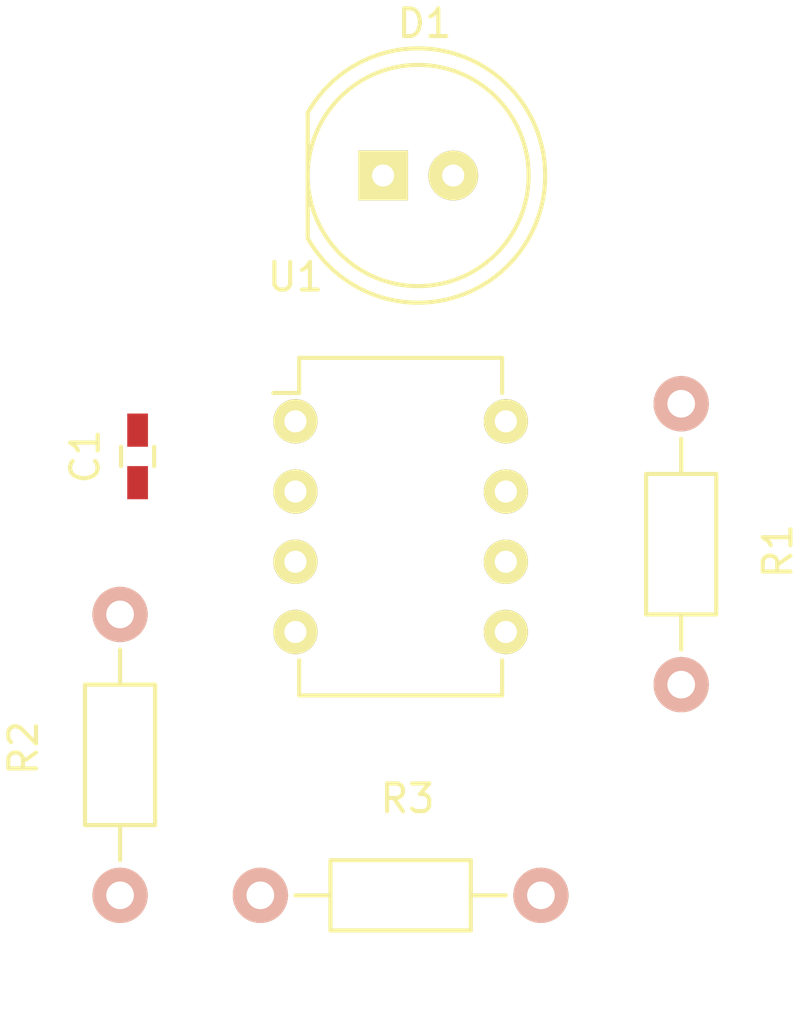
<source format=kicad_pcb>
(kicad_pcb (version 4) (host pcbnew 4.0.4-stable)

  (general
    (links 11)
    (no_connects 11)
    (area 0 0 0 0)
    (thickness 1.6)
    (drawings 0)
    (tracks 0)
    (zones 0)
    (modules 6)
    (nets 7)
  )

  (page A4)
  (layers
    (0 F.Cu signal)
    (31 B.Cu signal)
    (32 B.Adhes user)
    (33 F.Adhes user)
    (34 B.Paste user)
    (35 F.Paste user)
    (36 B.SilkS user)
    (37 F.SilkS user)
    (38 B.Mask user)
    (39 F.Mask user)
    (40 Dwgs.User user)
    (41 Cmts.User user)
    (42 Eco1.User user)
    (43 Eco2.User user)
    (44 Edge.Cuts user)
    (45 Margin user)
    (46 B.CrtYd user)
    (47 F.CrtYd user)
    (48 B.Fab user)
    (49 F.Fab user)
  )

  (setup
    (last_trace_width 0.25)
    (trace_clearance 0.2)
    (zone_clearance 0.508)
    (zone_45_only no)
    (trace_min 0.2)
    (segment_width 0.2)
    (edge_width 0.15)
    (via_size 0.6)
    (via_drill 0.4)
    (via_min_size 0.4)
    (via_min_drill 0.3)
    (uvia_size 0.3)
    (uvia_drill 0.1)
    (uvias_allowed no)
    (uvia_min_size 0.2)
    (uvia_min_drill 0.1)
    (pcb_text_width 0.3)
    (pcb_text_size 1.5 1.5)
    (mod_edge_width 0.15)
    (mod_text_size 1 1)
    (mod_text_width 0.15)
    (pad_size 1.524 1.524)
    (pad_drill 0.762)
    (pad_to_mask_clearance 0.2)
    (aux_axis_origin 0 0)
    (visible_elements FFFFFF7F)
    (pcbplotparams
      (layerselection 0x00030_80000001)
      (usegerberextensions false)
      (excludeedgelayer true)
      (linewidth 0.100000)
      (plotframeref false)
      (viasonmask false)
      (mode 1)
      (useauxorigin false)
      (hpglpennumber 1)
      (hpglpenspeed 20)
      (hpglpendiameter 15)
      (hpglpenoverlay 2)
      (psnegative false)
      (psa4output false)
      (plotreference true)
      (plotvalue true)
      (plotinvisibletext false)
      (padsonsilk false)
      (subtractmaskfromsilk false)
      (outputformat 1)
      (mirror false)
      (drillshape 1)
      (scaleselection 1)
      (outputdirectory ""))
  )

  (net 0 "")
  (net 1 "Net-(C1-Pad1)")
  (net 2 GND)
  (net 3 "Net-(D1-Pad2)")
  (net 4 VCC)
  (net 5 "Net-(R1-Pad2)")
  (net 6 "Net-(R3-Pad1)")

  (net_class Default "This is the default net class."
    (clearance 0.2)
    (trace_width 0.25)
    (via_dia 0.6)
    (via_drill 0.4)
    (uvia_dia 0.3)
    (uvia_drill 0.1)
    (add_net GND)
    (add_net "Net-(C1-Pad1)")
    (add_net "Net-(D1-Pad2)")
    (add_net "Net-(R1-Pad2)")
    (add_net "Net-(R3-Pad1)")
    (add_net VCC)
  )

  (module Capacitors_SMD:C_0603_HandSoldering (layer F.Cu) (tedit 541A9B4D) (tstamp 581B7251)
    (at 172.72 113.665 90)
    (descr "Capacitor SMD 0603, hand soldering")
    (tags "capacitor 0603")
    (path /581146DB)
    (attr smd)
    (fp_text reference C1 (at 0 -1.9 90) (layer F.SilkS)
      (effects (font (size 1 1) (thickness 0.15)))
    )
    (fp_text value 1uF (at 0 1.9 90) (layer F.Fab)
      (effects (font (size 1 1) (thickness 0.15)))
    )
    (fp_line (start -0.8 0.4) (end -0.8 -0.4) (layer F.Fab) (width 0.15))
    (fp_line (start 0.8 0.4) (end -0.8 0.4) (layer F.Fab) (width 0.15))
    (fp_line (start 0.8 -0.4) (end 0.8 0.4) (layer F.Fab) (width 0.15))
    (fp_line (start -0.8 -0.4) (end 0.8 -0.4) (layer F.Fab) (width 0.15))
    (fp_line (start -1.85 -0.75) (end 1.85 -0.75) (layer F.CrtYd) (width 0.05))
    (fp_line (start -1.85 0.75) (end 1.85 0.75) (layer F.CrtYd) (width 0.05))
    (fp_line (start -1.85 -0.75) (end -1.85 0.75) (layer F.CrtYd) (width 0.05))
    (fp_line (start 1.85 -0.75) (end 1.85 0.75) (layer F.CrtYd) (width 0.05))
    (fp_line (start -0.35 -0.6) (end 0.35 -0.6) (layer F.SilkS) (width 0.15))
    (fp_line (start 0.35 0.6) (end -0.35 0.6) (layer F.SilkS) (width 0.15))
    (pad 1 smd rect (at -0.95 0 90) (size 1.2 0.75) (layers F.Cu F.Paste F.Mask)
      (net 1 "Net-(C1-Pad1)"))
    (pad 2 smd rect (at 0.95 0 90) (size 1.2 0.75) (layers F.Cu F.Paste F.Mask)
      (net 2 GND))
    (model Capacitors_SMD.3dshapes/C_0603_HandSoldering.wrl
      (at (xyz 0 0 0))
      (scale (xyz 1 1 1))
      (rotate (xyz 0 0 0))
    )
  )

  (module LEDs:LED-8MM (layer F.Cu) (tedit 55BDE41B) (tstamp 581B7257)
    (at 181.61 103.505)
    (descr "LED 8mm - Lead pitch 100mil (2,54mm)")
    (tags "LED led 8mm 8MM 100mil 2.54mm")
    (path /581148D7)
    (fp_text reference D1 (at 1.5 -5.5) (layer F.SilkS)
      (effects (font (size 1 1) (thickness 0.15)))
    )
    (fp_text value LED (at 1.5 5.5) (layer F.Fab)
      (effects (font (size 1 1) (thickness 0.15)))
    )
    (fp_line (start -3 -2.35) (end -3 2.35) (layer F.CrtYd) (width 0.05))
    (fp_line (start -2.73 -2.27) (end -2.73 2.27) (layer F.SilkS) (width 0.15))
    (fp_circle (center 1.27 0) (end 1.27 4) (layer F.SilkS) (width 0.15))
    (fp_arc (start 1.25 0) (end -3 -2.35) (angle 302) (layer F.CrtYd) (width 0.05))
    (fp_arc (start 1.27 0) (end -2.73 -2.27) (angle 300.7) (layer F.SilkS) (width 0.15))
    (pad 2 thru_hole circle (at 2.54 0 180) (size 1.8 1.8) (drill 0.8) (layers *.Cu *.Mask F.SilkS)
      (net 3 "Net-(D1-Pad2)"))
    (pad 1 thru_hole rect (at 0 0 180) (size 1.8 1.8) (drill 0.8) (layers *.Cu *.Mask F.SilkS)
      (net 2 GND))
    (model LEDs.3dshapes/LED-8MM.wrl
      (at (xyz 0 0 0))
      (scale (xyz 1 1 1))
      (rotate (xyz 0 0 0))
    )
  )

  (module Resistors_ThroughHole:Resistor_Horizontal_RM10mm (layer F.Cu) (tedit 56648415) (tstamp 581B725D)
    (at 192.405 111.76 270)
    (descr "Resistor, Axial,  RM 10mm, 1/3W")
    (tags "Resistor Axial RM 10mm 1/3W")
    (path /581144FE)
    (fp_text reference R1 (at 5.32892 -3.50012 270) (layer F.SilkS)
      (effects (font (size 1 1) (thickness 0.15)))
    )
    (fp_text value 447 (at 5.08 3.81 270) (layer F.Fab)
      (effects (font (size 1 1) (thickness 0.15)))
    )
    (fp_line (start -1.25 -1.5) (end 11.4 -1.5) (layer F.CrtYd) (width 0.05))
    (fp_line (start -1.25 1.5) (end -1.25 -1.5) (layer F.CrtYd) (width 0.05))
    (fp_line (start 11.4 -1.5) (end 11.4 1.5) (layer F.CrtYd) (width 0.05))
    (fp_line (start -1.25 1.5) (end 11.4 1.5) (layer F.CrtYd) (width 0.05))
    (fp_line (start 2.54 -1.27) (end 7.62 -1.27) (layer F.SilkS) (width 0.15))
    (fp_line (start 7.62 -1.27) (end 7.62 1.27) (layer F.SilkS) (width 0.15))
    (fp_line (start 7.62 1.27) (end 2.54 1.27) (layer F.SilkS) (width 0.15))
    (fp_line (start 2.54 1.27) (end 2.54 -1.27) (layer F.SilkS) (width 0.15))
    (fp_line (start 2.54 0) (end 1.27 0) (layer F.SilkS) (width 0.15))
    (fp_line (start 7.62 0) (end 8.89 0) (layer F.SilkS) (width 0.15))
    (pad 1 thru_hole circle (at 0 0 270) (size 1.99898 1.99898) (drill 1.00076) (layers *.Cu *.SilkS *.Mask)
      (net 4 VCC))
    (pad 2 thru_hole circle (at 10.16 0 270) (size 1.99898 1.99898) (drill 1.00076) (layers *.Cu *.SilkS *.Mask)
      (net 5 "Net-(R1-Pad2)"))
    (model Resistors_ThroughHole.3dshapes/Resistor_Horizontal_RM10mm.wrl
      (at (xyz 0.2 0 0))
      (scale (xyz 0.4 0.4 0.4))
      (rotate (xyz 0 0 0))
    )
  )

  (module Resistors_ThroughHole:Resistor_Horizontal_RM10mm (layer F.Cu) (tedit 56648415) (tstamp 581B7263)
    (at 172.085 129.54 90)
    (descr "Resistor, Axial,  RM 10mm, 1/3W")
    (tags "Resistor Axial RM 10mm 1/3W")
    (path /581144AB)
    (fp_text reference R2 (at 5.32892 -3.50012 90) (layer F.SilkS)
      (effects (font (size 1 1) (thickness 0.15)))
    )
    (fp_text value 1k (at 5.08 3.81 90) (layer F.Fab)
      (effects (font (size 1 1) (thickness 0.15)))
    )
    (fp_line (start -1.25 -1.5) (end 11.4 -1.5) (layer F.CrtYd) (width 0.05))
    (fp_line (start -1.25 1.5) (end -1.25 -1.5) (layer F.CrtYd) (width 0.05))
    (fp_line (start 11.4 -1.5) (end 11.4 1.5) (layer F.CrtYd) (width 0.05))
    (fp_line (start -1.25 1.5) (end 11.4 1.5) (layer F.CrtYd) (width 0.05))
    (fp_line (start 2.54 -1.27) (end 7.62 -1.27) (layer F.SilkS) (width 0.15))
    (fp_line (start 7.62 -1.27) (end 7.62 1.27) (layer F.SilkS) (width 0.15))
    (fp_line (start 7.62 1.27) (end 2.54 1.27) (layer F.SilkS) (width 0.15))
    (fp_line (start 2.54 1.27) (end 2.54 -1.27) (layer F.SilkS) (width 0.15))
    (fp_line (start 2.54 0) (end 1.27 0) (layer F.SilkS) (width 0.15))
    (fp_line (start 7.62 0) (end 8.89 0) (layer F.SilkS) (width 0.15))
    (pad 1 thru_hole circle (at 0 0 90) (size 1.99898 1.99898) (drill 1.00076) (layers *.Cu *.SilkS *.Mask)
      (net 5 "Net-(R1-Pad2)"))
    (pad 2 thru_hole circle (at 10.16 0 90) (size 1.99898 1.99898) (drill 1.00076) (layers *.Cu *.SilkS *.Mask)
      (net 1 "Net-(C1-Pad1)"))
    (model Resistors_ThroughHole.3dshapes/Resistor_Horizontal_RM10mm.wrl
      (at (xyz 0.2 0 0))
      (scale (xyz 0.4 0.4 0.4))
      (rotate (xyz 0 0 0))
    )
  )

  (module Resistors_ThroughHole:Resistor_Horizontal_RM10mm (layer F.Cu) (tedit 56648415) (tstamp 581B7269)
    (at 177.165 129.54)
    (descr "Resistor, Axial,  RM 10mm, 1/3W")
    (tags "Resistor Axial RM 10mm 1/3W")
    (path /581145BD)
    (fp_text reference R3 (at 5.32892 -3.50012) (layer F.SilkS)
      (effects (font (size 1 1) (thickness 0.15)))
    )
    (fp_text value 1k (at 5.08 3.81) (layer F.Fab)
      (effects (font (size 1 1) (thickness 0.15)))
    )
    (fp_line (start -1.25 -1.5) (end 11.4 -1.5) (layer F.CrtYd) (width 0.05))
    (fp_line (start -1.25 1.5) (end -1.25 -1.5) (layer F.CrtYd) (width 0.05))
    (fp_line (start 11.4 -1.5) (end 11.4 1.5) (layer F.CrtYd) (width 0.05))
    (fp_line (start -1.25 1.5) (end 11.4 1.5) (layer F.CrtYd) (width 0.05))
    (fp_line (start 2.54 -1.27) (end 7.62 -1.27) (layer F.SilkS) (width 0.15))
    (fp_line (start 7.62 -1.27) (end 7.62 1.27) (layer F.SilkS) (width 0.15))
    (fp_line (start 7.62 1.27) (end 2.54 1.27) (layer F.SilkS) (width 0.15))
    (fp_line (start 2.54 1.27) (end 2.54 -1.27) (layer F.SilkS) (width 0.15))
    (fp_line (start 2.54 0) (end 1.27 0) (layer F.SilkS) (width 0.15))
    (fp_line (start 7.62 0) (end 8.89 0) (layer F.SilkS) (width 0.15))
    (pad 1 thru_hole circle (at 0 0) (size 1.99898 1.99898) (drill 1.00076) (layers *.Cu *.SilkS *.Mask)
      (net 6 "Net-(R3-Pad1)"))
    (pad 2 thru_hole circle (at 10.16 0) (size 1.99898 1.99898) (drill 1.00076) (layers *.Cu *.SilkS *.Mask)
      (net 3 "Net-(D1-Pad2)"))
    (model Resistors_ThroughHole.3dshapes/Resistor_Horizontal_RM10mm.wrl
      (at (xyz 0.2 0 0))
      (scale (xyz 0.4 0.4 0.4))
      (rotate (xyz 0 0 0))
    )
  )

  (module Housings_DIP:DIP-8_W7.62mm (layer F.Cu) (tedit 54130A77) (tstamp 581B7275)
    (at 178.435 112.395)
    (descr "8-lead dip package, row spacing 7.62 mm (300 mils)")
    (tags "dil dip 2.54 300")
    (path /5811401B)
    (fp_text reference U1 (at 0 -5.22) (layer F.SilkS)
      (effects (font (size 1 1) (thickness 0.15)))
    )
    (fp_text value NE555 (at 0 -3.72) (layer F.Fab)
      (effects (font (size 1 1) (thickness 0.15)))
    )
    (fp_line (start -1.05 -2.45) (end -1.05 10.1) (layer F.CrtYd) (width 0.05))
    (fp_line (start 8.65 -2.45) (end 8.65 10.1) (layer F.CrtYd) (width 0.05))
    (fp_line (start -1.05 -2.45) (end 8.65 -2.45) (layer F.CrtYd) (width 0.05))
    (fp_line (start -1.05 10.1) (end 8.65 10.1) (layer F.CrtYd) (width 0.05))
    (fp_line (start 0.135 -2.295) (end 0.135 -1.025) (layer F.SilkS) (width 0.15))
    (fp_line (start 7.485 -2.295) (end 7.485 -1.025) (layer F.SilkS) (width 0.15))
    (fp_line (start 7.485 9.915) (end 7.485 8.645) (layer F.SilkS) (width 0.15))
    (fp_line (start 0.135 9.915) (end 0.135 8.645) (layer F.SilkS) (width 0.15))
    (fp_line (start 0.135 -2.295) (end 7.485 -2.295) (layer F.SilkS) (width 0.15))
    (fp_line (start 0.135 9.915) (end 7.485 9.915) (layer F.SilkS) (width 0.15))
    (fp_line (start 0.135 -1.025) (end -0.8 -1.025) (layer F.SilkS) (width 0.15))
    (pad 1 thru_hole oval (at 0 0) (size 1.6 1.6) (drill 0.8) (layers *.Cu *.Mask F.SilkS)
      (net 2 GND))
    (pad 2 thru_hole oval (at 0 2.54) (size 1.6 1.6) (drill 0.8) (layers *.Cu *.Mask F.SilkS)
      (net 1 "Net-(C1-Pad1)"))
    (pad 3 thru_hole oval (at 0 5.08) (size 1.6 1.6) (drill 0.8) (layers *.Cu *.Mask F.SilkS)
      (net 6 "Net-(R3-Pad1)"))
    (pad 4 thru_hole oval (at 0 7.62) (size 1.6 1.6) (drill 0.8) (layers *.Cu *.Mask F.SilkS)
      (net 4 VCC))
    (pad 5 thru_hole oval (at 7.62 7.62) (size 1.6 1.6) (drill 0.8) (layers *.Cu *.Mask F.SilkS))
    (pad 6 thru_hole oval (at 7.62 5.08) (size 1.6 1.6) (drill 0.8) (layers *.Cu *.Mask F.SilkS)
      (net 1 "Net-(C1-Pad1)"))
    (pad 7 thru_hole oval (at 7.62 2.54) (size 1.6 1.6) (drill 0.8) (layers *.Cu *.Mask F.SilkS)
      (net 5 "Net-(R1-Pad2)"))
    (pad 8 thru_hole oval (at 7.62 0) (size 1.6 1.6) (drill 0.8) (layers *.Cu *.Mask F.SilkS)
      (net 4 VCC))
    (model Housings_DIP.3dshapes/DIP-8_W7.62mm.wrl
      (at (xyz 0 0 0))
      (scale (xyz 1 1 1))
      (rotate (xyz 0 0 0))
    )
  )

)

</source>
